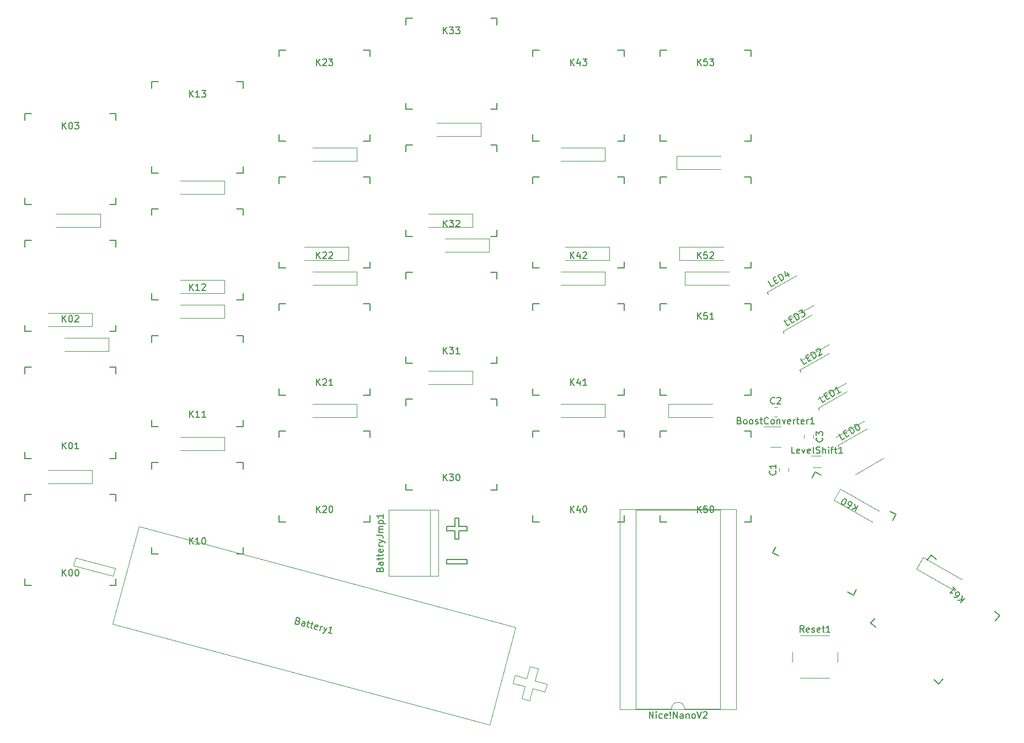
<source format=gbr>
%TF.GenerationSoftware,KiCad,Pcbnew,6.0.5-a6ca702e91~116~ubuntu22.04.1*%
%TF.CreationDate,2022-05-20T13:25:00-05:00*%
%TF.ProjectId,board,626f6172-642e-46b6-9963-61645f706362,rev?*%
%TF.SameCoordinates,Original*%
%TF.FileFunction,Legend,Top*%
%TF.FilePolarity,Positive*%
%FSLAX46Y46*%
G04 Gerber Fmt 4.6, Leading zero omitted, Abs format (unit mm)*
G04 Created by KiCad (PCBNEW 6.0.5-a6ca702e91~116~ubuntu22.04.1) date 2022-05-20 13:25:00*
%MOMM*%
%LPD*%
G01*
G04 APERTURE LIST*
%ADD10C,0.150000*%
%ADD11C,0.120000*%
G04 APERTURE END LIST*
D10*
X144780000Y-116840000D02*
X144780000Y-117475000D01*
X146050000Y-116840000D02*
X144780000Y-116840000D01*
X146050000Y-115570000D02*
X146050000Y-116840000D01*
X146685000Y-115570000D02*
X146050000Y-115570000D01*
X146685000Y-116840000D02*
X146685000Y-115570000D01*
X147955000Y-116840000D02*
X146685000Y-116840000D01*
X147955000Y-117475000D02*
X147955000Y-116840000D01*
X146685000Y-117475000D02*
X147955000Y-117475000D01*
X146685000Y-118745000D02*
X146685000Y-117475000D01*
X146050000Y-118745000D02*
X146685000Y-118745000D01*
X146050000Y-117475000D02*
X146050000Y-118745000D01*
X144780000Y-117475000D02*
X146050000Y-117475000D01*
X147955000Y-121920000D02*
X144780000Y-121920000D01*
X147955000Y-122555000D02*
X147955000Y-121920000D01*
X144780000Y-122555000D02*
X147955000Y-122555000D01*
X144780000Y-121920000D02*
X144780000Y-122555000D01*
%TO.C,Reset1*%
X199655714Y-133072380D02*
X199322380Y-132596190D01*
X199084285Y-133072380D02*
X199084285Y-132072380D01*
X199465238Y-132072380D01*
X199560476Y-132120000D01*
X199608095Y-132167619D01*
X199655714Y-132262857D01*
X199655714Y-132405714D01*
X199608095Y-132500952D01*
X199560476Y-132548571D01*
X199465238Y-132596190D01*
X199084285Y-132596190D01*
X200465238Y-133024761D02*
X200370000Y-133072380D01*
X200179523Y-133072380D01*
X200084285Y-133024761D01*
X200036666Y-132929523D01*
X200036666Y-132548571D01*
X200084285Y-132453333D01*
X200179523Y-132405714D01*
X200370000Y-132405714D01*
X200465238Y-132453333D01*
X200512857Y-132548571D01*
X200512857Y-132643809D01*
X200036666Y-132739047D01*
X200893809Y-133024761D02*
X200989047Y-133072380D01*
X201179523Y-133072380D01*
X201274761Y-133024761D01*
X201322380Y-132929523D01*
X201322380Y-132881904D01*
X201274761Y-132786666D01*
X201179523Y-132739047D01*
X201036666Y-132739047D01*
X200941428Y-132691428D01*
X200893809Y-132596190D01*
X200893809Y-132548571D01*
X200941428Y-132453333D01*
X201036666Y-132405714D01*
X201179523Y-132405714D01*
X201274761Y-132453333D01*
X202131904Y-133024761D02*
X202036666Y-133072380D01*
X201846190Y-133072380D01*
X201750952Y-133024761D01*
X201703333Y-132929523D01*
X201703333Y-132548571D01*
X201750952Y-132453333D01*
X201846190Y-132405714D01*
X202036666Y-132405714D01*
X202131904Y-132453333D01*
X202179523Y-132548571D01*
X202179523Y-132643809D01*
X201703333Y-132739047D01*
X202465238Y-132405714D02*
X202846190Y-132405714D01*
X202608095Y-132072380D02*
X202608095Y-132929523D01*
X202655714Y-133024761D01*
X202750952Y-133072380D01*
X202846190Y-133072380D01*
X203703333Y-133072380D02*
X203131904Y-133072380D01*
X203417619Y-133072380D02*
X203417619Y-132072380D01*
X203322380Y-132215238D01*
X203227142Y-132310476D01*
X203131904Y-132358095D01*
%TO.C,Nice!NanoV2*%
X175940238Y-146297380D02*
X175940238Y-145297380D01*
X176511666Y-146297380D01*
X176511666Y-145297380D01*
X176987857Y-146297380D02*
X176987857Y-145630714D01*
X176987857Y-145297380D02*
X176940238Y-145345000D01*
X176987857Y-145392619D01*
X177035476Y-145345000D01*
X176987857Y-145297380D01*
X176987857Y-145392619D01*
X177892619Y-146249761D02*
X177797380Y-146297380D01*
X177606904Y-146297380D01*
X177511666Y-146249761D01*
X177464047Y-146202142D01*
X177416428Y-146106904D01*
X177416428Y-145821190D01*
X177464047Y-145725952D01*
X177511666Y-145678333D01*
X177606904Y-145630714D01*
X177797380Y-145630714D01*
X177892619Y-145678333D01*
X178702142Y-146249761D02*
X178606904Y-146297380D01*
X178416428Y-146297380D01*
X178321190Y-146249761D01*
X178273571Y-146154523D01*
X178273571Y-145773571D01*
X178321190Y-145678333D01*
X178416428Y-145630714D01*
X178606904Y-145630714D01*
X178702142Y-145678333D01*
X178749761Y-145773571D01*
X178749761Y-145868809D01*
X178273571Y-145964047D01*
X179178333Y-146202142D02*
X179225952Y-146249761D01*
X179178333Y-146297380D01*
X179130714Y-146249761D01*
X179178333Y-146202142D01*
X179178333Y-146297380D01*
X179178333Y-145916428D02*
X179130714Y-145345000D01*
X179178333Y-145297380D01*
X179225952Y-145345000D01*
X179178333Y-145916428D01*
X179178333Y-145297380D01*
X179654523Y-146297380D02*
X179654523Y-145297380D01*
X180225952Y-146297380D01*
X180225952Y-145297380D01*
X181130714Y-146297380D02*
X181130714Y-145773571D01*
X181083095Y-145678333D01*
X180987857Y-145630714D01*
X180797380Y-145630714D01*
X180702142Y-145678333D01*
X181130714Y-146249761D02*
X181035476Y-146297380D01*
X180797380Y-146297380D01*
X180702142Y-146249761D01*
X180654523Y-146154523D01*
X180654523Y-146059285D01*
X180702142Y-145964047D01*
X180797380Y-145916428D01*
X181035476Y-145916428D01*
X181130714Y-145868809D01*
X181606904Y-145630714D02*
X181606904Y-146297380D01*
X181606904Y-145725952D02*
X181654523Y-145678333D01*
X181749761Y-145630714D01*
X181892619Y-145630714D01*
X181987857Y-145678333D01*
X182035476Y-145773571D01*
X182035476Y-146297380D01*
X182654523Y-146297380D02*
X182559285Y-146249761D01*
X182511666Y-146202142D01*
X182464047Y-146106904D01*
X182464047Y-145821190D01*
X182511666Y-145725952D01*
X182559285Y-145678333D01*
X182654523Y-145630714D01*
X182797380Y-145630714D01*
X182892619Y-145678333D01*
X182940238Y-145725952D01*
X182987857Y-145821190D01*
X182987857Y-146106904D01*
X182940238Y-146202142D01*
X182892619Y-146249761D01*
X182797380Y-146297380D01*
X182654523Y-146297380D01*
X183273571Y-145297380D02*
X183606904Y-146297380D01*
X183940238Y-145297380D01*
X184225952Y-145392619D02*
X184273571Y-145345000D01*
X184368809Y-145297380D01*
X184606904Y-145297380D01*
X184702142Y-145345000D01*
X184749761Y-145392619D01*
X184797380Y-145487857D01*
X184797380Y-145583095D01*
X184749761Y-145725952D01*
X184178333Y-146297380D01*
X184797380Y-146297380D01*
%TO.C,LevelShift1*%
X198285238Y-105602378D02*
X197809047Y-105602378D01*
X197809047Y-104602378D01*
X198999523Y-105554759D02*
X198904285Y-105602378D01*
X198713809Y-105602378D01*
X198618571Y-105554759D01*
X198570952Y-105459521D01*
X198570952Y-105078569D01*
X198618571Y-104983331D01*
X198713809Y-104935712D01*
X198904285Y-104935712D01*
X198999523Y-104983331D01*
X199047142Y-105078569D01*
X199047142Y-105173807D01*
X198570952Y-105269045D01*
X199380476Y-104935712D02*
X199618571Y-105602378D01*
X199856666Y-104935712D01*
X200618571Y-105554759D02*
X200523333Y-105602378D01*
X200332857Y-105602378D01*
X200237619Y-105554759D01*
X200190000Y-105459521D01*
X200190000Y-105078569D01*
X200237619Y-104983331D01*
X200332857Y-104935712D01*
X200523333Y-104935712D01*
X200618571Y-104983331D01*
X200666190Y-105078569D01*
X200666190Y-105173807D01*
X200190000Y-105269045D01*
X201237619Y-105602378D02*
X201142380Y-105554759D01*
X201094761Y-105459521D01*
X201094761Y-104602378D01*
X201570952Y-105554759D02*
X201713809Y-105602378D01*
X201951904Y-105602378D01*
X202047142Y-105554759D01*
X202094761Y-105507140D01*
X202142380Y-105411902D01*
X202142380Y-105316664D01*
X202094761Y-105221426D01*
X202047142Y-105173807D01*
X201951904Y-105126188D01*
X201761428Y-105078569D01*
X201666190Y-105030950D01*
X201618571Y-104983331D01*
X201570952Y-104888093D01*
X201570952Y-104792855D01*
X201618571Y-104697617D01*
X201666190Y-104649998D01*
X201761428Y-104602378D01*
X201999523Y-104602378D01*
X202142380Y-104649998D01*
X202570952Y-105602378D02*
X202570952Y-104602378D01*
X202999523Y-105602378D02*
X202999523Y-105078569D01*
X202951904Y-104983331D01*
X202856666Y-104935712D01*
X202713809Y-104935712D01*
X202618571Y-104983331D01*
X202570952Y-105030950D01*
X203475714Y-105602378D02*
X203475714Y-104935712D01*
X203475714Y-104602378D02*
X203428095Y-104649998D01*
X203475714Y-104697617D01*
X203523333Y-104649998D01*
X203475714Y-104602378D01*
X203475714Y-104697617D01*
X203809047Y-104935712D02*
X204190000Y-104935712D01*
X203951904Y-105602378D02*
X203951904Y-104745236D01*
X203999523Y-104649998D01*
X204094761Y-104602378D01*
X204190000Y-104602378D01*
X204380476Y-104935712D02*
X204761428Y-104935712D01*
X204523333Y-104602378D02*
X204523333Y-105459521D01*
X204570952Y-105554759D01*
X204666190Y-105602378D01*
X204761428Y-105602378D01*
X205618571Y-105602378D02*
X205047142Y-105602378D01*
X205332857Y-105602378D02*
X205332857Y-104602378D01*
X205237619Y-104745236D01*
X205142380Y-104840474D01*
X205047142Y-104888093D01*
%TO.C,LED4*%
X195117066Y-79750208D02*
X194704673Y-79988303D01*
X194204673Y-79122278D01*
X195143837Y-79129909D02*
X195432512Y-78963242D01*
X195818134Y-79345446D02*
X195405741Y-79583541D01*
X194905741Y-78717516D01*
X195318134Y-78479420D01*
X196189288Y-79131160D02*
X195689288Y-78265135D01*
X195895485Y-78146087D01*
X196043012Y-78115898D01*
X196173110Y-78150757D01*
X196261968Y-78209426D01*
X196398446Y-78350574D01*
X196469874Y-78474292D01*
X196523873Y-78663059D01*
X196530253Y-78769347D01*
X196495393Y-78899445D01*
X196395485Y-79012112D01*
X196189288Y-79131160D01*
X197093134Y-77839524D02*
X197426467Y-78416874D01*
X196696461Y-77628657D02*
X196847408Y-78366294D01*
X197383519Y-78056771D01*
%TO.C,LED3*%
X197517941Y-85763302D02*
X197105548Y-86001397D01*
X196605548Y-85135372D01*
X197544712Y-85143003D02*
X197833387Y-84976336D01*
X198219009Y-85358540D02*
X197806616Y-85596635D01*
X197306616Y-84730610D01*
X197719009Y-84492514D01*
X198590163Y-85144254D02*
X198090163Y-84278229D01*
X198296360Y-84159181D01*
X198443887Y-84128992D01*
X198573985Y-84163851D01*
X198662843Y-84222520D01*
X198799321Y-84363668D01*
X198870749Y-84487386D01*
X198924748Y-84676153D01*
X198931128Y-84782441D01*
X198896268Y-84912539D01*
X198796360Y-85025206D01*
X198590163Y-85144254D01*
X198873710Y-83825848D02*
X199409821Y-83516324D01*
X199311622Y-84012905D01*
X199435340Y-83941476D01*
X199541628Y-83935097D01*
X199606677Y-83952526D01*
X199695535Y-84011196D01*
X199814583Y-84217392D01*
X199820963Y-84323680D01*
X199803533Y-84388729D01*
X199744864Y-84477587D01*
X199497428Y-84620445D01*
X199391140Y-84626824D01*
X199326091Y-84609395D01*
%TO.C,LED2*%
X200125079Y-91689881D02*
X199712686Y-91927976D01*
X199212686Y-91061951D01*
X200151850Y-91069582D02*
X200440525Y-90902915D01*
X200826147Y-91285119D02*
X200413754Y-91523214D01*
X199913754Y-90657189D01*
X200326147Y-90419093D01*
X201197301Y-91070833D02*
X200697301Y-90204808D01*
X200903498Y-90085760D01*
X201051025Y-90055571D01*
X201181123Y-90090430D01*
X201269981Y-90149099D01*
X201406459Y-90290247D01*
X201477887Y-90413965D01*
X201531886Y-90602732D01*
X201538266Y-90709020D01*
X201503406Y-90839118D01*
X201403498Y-90951785D01*
X201197301Y-91070833D01*
X201569706Y-89811096D02*
X201587136Y-89746047D01*
X201645805Y-89657189D01*
X201852002Y-89538141D01*
X201958290Y-89531761D01*
X202023339Y-89549191D01*
X202112197Y-89607860D01*
X202159816Y-89690339D01*
X202190005Y-89837866D01*
X201980848Y-90618452D01*
X202516959Y-90308928D01*
%TO.C,LED1*%
X202935366Y-97522872D02*
X202522973Y-97760967D01*
X202022973Y-96894942D01*
X202962137Y-96902573D02*
X203250812Y-96735906D01*
X203636434Y-97118110D02*
X203224041Y-97356205D01*
X202724041Y-96490180D01*
X203136434Y-96252084D01*
X204007588Y-96903824D02*
X203507588Y-96037799D01*
X203713785Y-95918751D01*
X203861312Y-95888562D01*
X203991410Y-95923421D01*
X204080268Y-95982090D01*
X204216746Y-96123238D01*
X204288174Y-96246956D01*
X204342173Y-96435723D01*
X204348553Y-96542011D01*
X204313693Y-96672109D01*
X204213785Y-96784776D01*
X204007588Y-96903824D01*
X205327246Y-96141919D02*
X204832374Y-96427634D01*
X205079810Y-96284776D02*
X204579810Y-95418751D01*
X204568760Y-95590088D01*
X204533901Y-95720186D01*
X204475231Y-95809044D01*
%TO.C,LED0*%
X205945450Y-103255315D02*
X205533057Y-103493410D01*
X205033057Y-102627385D01*
X205972221Y-102635016D02*
X206260896Y-102468349D01*
X206646518Y-102850553D02*
X206234125Y-103088648D01*
X205734125Y-102222623D01*
X206146518Y-101984527D01*
X207017672Y-102636267D02*
X206517672Y-101770242D01*
X206723869Y-101651194D01*
X206871396Y-101621005D01*
X207001494Y-101655864D01*
X207090352Y-101714533D01*
X207226830Y-101855681D01*
X207298258Y-101979399D01*
X207352257Y-102168166D01*
X207358637Y-102274454D01*
X207323777Y-102404552D01*
X207223869Y-102517219D01*
X207017672Y-102636267D01*
X207548655Y-101175004D02*
X207631133Y-101127385D01*
X207737422Y-101121005D01*
X207802470Y-101138435D01*
X207891329Y-101197104D01*
X208027806Y-101338251D01*
X208146854Y-101544448D01*
X208200853Y-101733215D01*
X208207232Y-101839503D01*
X208189803Y-101904552D01*
X208131133Y-101993410D01*
X208048655Y-102041029D01*
X207942367Y-102047409D01*
X207877318Y-102029979D01*
X207788460Y-101971310D01*
X207651982Y-101830162D01*
X207532935Y-101623966D01*
X207478936Y-101435199D01*
X207472556Y-101328911D01*
X207489986Y-101263862D01*
X207548655Y-101175004D01*
%TO.C,K61*%
X224407262Y-127800182D02*
X223740989Y-128545891D01*
X223981142Y-127419455D02*
X223920005Y-128131119D01*
X223314870Y-128165164D02*
X224121716Y-128119771D01*
X222675691Y-127594073D02*
X222817731Y-127720982D01*
X222920478Y-127748927D01*
X222987715Y-127745144D01*
X223153917Y-127702069D01*
X223316336Y-127591756D01*
X223570154Y-127307677D01*
X223598099Y-127204930D01*
X223594316Y-127137692D01*
X223555023Y-127038728D01*
X223412984Y-126911819D01*
X223310236Y-126883874D01*
X223242999Y-126887657D01*
X223144035Y-126926950D01*
X222985399Y-127104499D01*
X222957454Y-127207247D01*
X222961237Y-127274484D01*
X223000529Y-127373448D01*
X223142569Y-127500357D01*
X223245316Y-127528302D01*
X223312553Y-127524519D01*
X223411518Y-127485226D01*
X222560745Y-126150365D02*
X222986864Y-126531092D01*
X222773805Y-126340729D02*
X222107532Y-127086437D01*
X222273734Y-127043362D01*
X222408208Y-127035796D01*
X222510956Y-127063741D01*
%TO.C,K60*%
X207992796Y-113598925D02*
X207526255Y-114483424D01*
X207487368Y-113332330D02*
X207599844Y-114037704D01*
X207020827Y-114216830D02*
X207792850Y-113977996D01*
X206262684Y-113816937D02*
X206431160Y-113905802D01*
X206537615Y-113908116D01*
X206601950Y-113888213D01*
X206752837Y-113806288D01*
X206883821Y-113660028D01*
X207061550Y-113323076D01*
X207063864Y-113216622D01*
X207043961Y-113152287D01*
X206981939Y-113065735D01*
X206813463Y-112976870D01*
X206707009Y-112974557D01*
X206642674Y-112994459D01*
X206556122Y-113056481D01*
X206445041Y-113267076D01*
X206442727Y-113373531D01*
X206462630Y-113437866D01*
X206524652Y-113524417D01*
X206693128Y-113613282D01*
X206799582Y-113615596D01*
X206863918Y-113595693D01*
X206950469Y-113533671D01*
X205630899Y-113483694D02*
X205546661Y-113439261D01*
X205484639Y-113352710D01*
X205464736Y-113288374D01*
X205467050Y-113181920D01*
X205513795Y-112991228D01*
X205624877Y-112780633D01*
X205755861Y-112634373D01*
X205842412Y-112572351D01*
X205906747Y-112552448D01*
X206013202Y-112554762D01*
X206097440Y-112599194D01*
X206159462Y-112685746D01*
X206179364Y-112750081D01*
X206177051Y-112856535D01*
X206130305Y-113047227D01*
X206019224Y-113257823D01*
X205888240Y-113404082D01*
X205801688Y-113466104D01*
X205737353Y-113486007D01*
X205630899Y-113483694D01*
%TO.C,K53*%
X183345714Y-46012380D02*
X183345714Y-45012380D01*
X183917142Y-46012380D02*
X183488571Y-45440952D01*
X183917142Y-45012380D02*
X183345714Y-45583809D01*
X184821904Y-45012380D02*
X184345714Y-45012380D01*
X184298095Y-45488571D01*
X184345714Y-45440952D01*
X184440952Y-45393333D01*
X184679047Y-45393333D01*
X184774285Y-45440952D01*
X184821904Y-45488571D01*
X184869523Y-45583809D01*
X184869523Y-45821904D01*
X184821904Y-45917142D01*
X184774285Y-45964761D01*
X184679047Y-46012380D01*
X184440952Y-46012380D01*
X184345714Y-45964761D01*
X184298095Y-45917142D01*
X185202857Y-45012380D02*
X185821904Y-45012380D01*
X185488571Y-45393333D01*
X185631428Y-45393333D01*
X185726666Y-45440952D01*
X185774285Y-45488571D01*
X185821904Y-45583809D01*
X185821904Y-45821904D01*
X185774285Y-45917142D01*
X185726666Y-45964761D01*
X185631428Y-46012380D01*
X185345714Y-46012380D01*
X185250476Y-45964761D01*
X185202857Y-45917142D01*
%TO.C,K52*%
X183345714Y-75672380D02*
X183345714Y-74672380D01*
X183917142Y-75672380D02*
X183488571Y-75100952D01*
X183917142Y-74672380D02*
X183345714Y-75243809D01*
X184821904Y-74672380D02*
X184345714Y-74672380D01*
X184298095Y-75148571D01*
X184345714Y-75100952D01*
X184440952Y-75053333D01*
X184679047Y-75053333D01*
X184774285Y-75100952D01*
X184821904Y-75148571D01*
X184869523Y-75243809D01*
X184869523Y-75481904D01*
X184821904Y-75577142D01*
X184774285Y-75624761D01*
X184679047Y-75672380D01*
X184440952Y-75672380D01*
X184345714Y-75624761D01*
X184298095Y-75577142D01*
X185250476Y-74767619D02*
X185298095Y-74720000D01*
X185393333Y-74672380D01*
X185631428Y-74672380D01*
X185726666Y-74720000D01*
X185774285Y-74767619D01*
X185821904Y-74862857D01*
X185821904Y-74958095D01*
X185774285Y-75100952D01*
X185202857Y-75672380D01*
X185821904Y-75672380D01*
%TO.C,K51*%
X183345714Y-85012380D02*
X183345714Y-84012380D01*
X183917142Y-85012380D02*
X183488571Y-84440952D01*
X183917142Y-84012380D02*
X183345714Y-84583809D01*
X184821904Y-84012380D02*
X184345714Y-84012380D01*
X184298095Y-84488571D01*
X184345714Y-84440952D01*
X184440952Y-84393333D01*
X184679047Y-84393333D01*
X184774285Y-84440952D01*
X184821904Y-84488571D01*
X184869523Y-84583809D01*
X184869523Y-84821904D01*
X184821904Y-84917142D01*
X184774285Y-84964761D01*
X184679047Y-85012380D01*
X184440952Y-85012380D01*
X184345714Y-84964761D01*
X184298095Y-84917142D01*
X185821904Y-85012380D02*
X185250476Y-85012380D01*
X185536190Y-85012380D02*
X185536190Y-84012380D01*
X185440952Y-84155238D01*
X185345714Y-84250476D01*
X185250476Y-84298095D01*
%TO.C,K50*%
X183345714Y-114672380D02*
X183345714Y-113672380D01*
X183917142Y-114672380D02*
X183488571Y-114100952D01*
X183917142Y-113672380D02*
X183345714Y-114243809D01*
X184821904Y-113672380D02*
X184345714Y-113672380D01*
X184298095Y-114148571D01*
X184345714Y-114100952D01*
X184440952Y-114053333D01*
X184679047Y-114053333D01*
X184774285Y-114100952D01*
X184821904Y-114148571D01*
X184869523Y-114243809D01*
X184869523Y-114481904D01*
X184821904Y-114577142D01*
X184774285Y-114624761D01*
X184679047Y-114672380D01*
X184440952Y-114672380D01*
X184345714Y-114624761D01*
X184298095Y-114577142D01*
X185488571Y-113672380D02*
X185583809Y-113672380D01*
X185679047Y-113720000D01*
X185726666Y-113767619D01*
X185774285Y-113862857D01*
X185821904Y-114053333D01*
X185821904Y-114291428D01*
X185774285Y-114481904D01*
X185726666Y-114577142D01*
X185679047Y-114624761D01*
X185583809Y-114672380D01*
X185488571Y-114672380D01*
X185393333Y-114624761D01*
X185345714Y-114577142D01*
X185298095Y-114481904D01*
X185250476Y-114291428D01*
X185250476Y-114053333D01*
X185298095Y-113862857D01*
X185345714Y-113767619D01*
X185393333Y-113720000D01*
X185488571Y-113672380D01*
%TO.C,K43*%
X163845714Y-46012380D02*
X163845714Y-45012380D01*
X164417142Y-46012380D02*
X163988571Y-45440952D01*
X164417142Y-45012380D02*
X163845714Y-45583809D01*
X165274285Y-45345714D02*
X165274285Y-46012380D01*
X165036190Y-44964761D02*
X164798095Y-45679047D01*
X165417142Y-45679047D01*
X165702857Y-45012380D02*
X166321904Y-45012380D01*
X165988571Y-45393333D01*
X166131428Y-45393333D01*
X166226666Y-45440952D01*
X166274285Y-45488571D01*
X166321904Y-45583809D01*
X166321904Y-45821904D01*
X166274285Y-45917142D01*
X166226666Y-45964761D01*
X166131428Y-46012380D01*
X165845714Y-46012380D01*
X165750476Y-45964761D01*
X165702857Y-45917142D01*
%TO.C,K42*%
X163845714Y-75672380D02*
X163845714Y-74672380D01*
X164417142Y-75672380D02*
X163988571Y-75100952D01*
X164417142Y-74672380D02*
X163845714Y-75243809D01*
X165274285Y-75005714D02*
X165274285Y-75672380D01*
X165036190Y-74624761D02*
X164798095Y-75339047D01*
X165417142Y-75339047D01*
X165750476Y-74767619D02*
X165798095Y-74720000D01*
X165893333Y-74672380D01*
X166131428Y-74672380D01*
X166226666Y-74720000D01*
X166274285Y-74767619D01*
X166321904Y-74862857D01*
X166321904Y-74958095D01*
X166274285Y-75100952D01*
X165702857Y-75672380D01*
X166321904Y-75672380D01*
%TO.C,K41*%
X163845714Y-95172380D02*
X163845714Y-94172380D01*
X164417142Y-95172380D02*
X163988571Y-94600952D01*
X164417142Y-94172380D02*
X163845714Y-94743809D01*
X165274285Y-94505714D02*
X165274285Y-95172380D01*
X165036190Y-94124761D02*
X164798095Y-94839047D01*
X165417142Y-94839047D01*
X166321904Y-95172380D02*
X165750476Y-95172380D01*
X166036190Y-95172380D02*
X166036190Y-94172380D01*
X165940952Y-94315238D01*
X165845714Y-94410476D01*
X165750476Y-94458095D01*
%TO.C,K40*%
X163845714Y-114672380D02*
X163845714Y-113672380D01*
X164417142Y-114672380D02*
X163988571Y-114100952D01*
X164417142Y-113672380D02*
X163845714Y-114243809D01*
X165274285Y-114005714D02*
X165274285Y-114672380D01*
X165036190Y-113624761D02*
X164798095Y-114339047D01*
X165417142Y-114339047D01*
X165988571Y-113672380D02*
X166083809Y-113672380D01*
X166179047Y-113720000D01*
X166226666Y-113767619D01*
X166274285Y-113862857D01*
X166321904Y-114053333D01*
X166321904Y-114291428D01*
X166274285Y-114481904D01*
X166226666Y-114577142D01*
X166179047Y-114624761D01*
X166083809Y-114672380D01*
X165988571Y-114672380D01*
X165893333Y-114624761D01*
X165845714Y-114577142D01*
X165798095Y-114481904D01*
X165750476Y-114291428D01*
X165750476Y-114053333D01*
X165798095Y-113862857D01*
X165845714Y-113767619D01*
X165893333Y-113720000D01*
X165988571Y-113672380D01*
%TO.C,K33*%
X144345714Y-41137380D02*
X144345714Y-40137380D01*
X144917142Y-41137380D02*
X144488571Y-40565952D01*
X144917142Y-40137380D02*
X144345714Y-40708809D01*
X145250476Y-40137380D02*
X145869523Y-40137380D01*
X145536190Y-40518333D01*
X145679047Y-40518333D01*
X145774285Y-40565952D01*
X145821904Y-40613571D01*
X145869523Y-40708809D01*
X145869523Y-40946904D01*
X145821904Y-41042142D01*
X145774285Y-41089761D01*
X145679047Y-41137380D01*
X145393333Y-41137380D01*
X145298095Y-41089761D01*
X145250476Y-41042142D01*
X146202857Y-40137380D02*
X146821904Y-40137380D01*
X146488571Y-40518333D01*
X146631428Y-40518333D01*
X146726666Y-40565952D01*
X146774285Y-40613571D01*
X146821904Y-40708809D01*
X146821904Y-40946904D01*
X146774285Y-41042142D01*
X146726666Y-41089761D01*
X146631428Y-41137380D01*
X146345714Y-41137380D01*
X146250476Y-41089761D01*
X146202857Y-41042142D01*
%TO.C,K32*%
X144345714Y-70797380D02*
X144345714Y-69797380D01*
X144917142Y-70797380D02*
X144488571Y-70225952D01*
X144917142Y-69797380D02*
X144345714Y-70368809D01*
X145250476Y-69797380D02*
X145869523Y-69797380D01*
X145536190Y-70178333D01*
X145679047Y-70178333D01*
X145774285Y-70225952D01*
X145821904Y-70273571D01*
X145869523Y-70368809D01*
X145869523Y-70606904D01*
X145821904Y-70702142D01*
X145774285Y-70749761D01*
X145679047Y-70797380D01*
X145393333Y-70797380D01*
X145298095Y-70749761D01*
X145250476Y-70702142D01*
X146250476Y-69892619D02*
X146298095Y-69845000D01*
X146393333Y-69797380D01*
X146631428Y-69797380D01*
X146726666Y-69845000D01*
X146774285Y-69892619D01*
X146821904Y-69987857D01*
X146821904Y-70083095D01*
X146774285Y-70225952D01*
X146202857Y-70797380D01*
X146821904Y-70797380D01*
%TO.C,K31*%
X144345714Y-90297380D02*
X144345714Y-89297380D01*
X144917142Y-90297380D02*
X144488571Y-89725952D01*
X144917142Y-89297380D02*
X144345714Y-89868809D01*
X145250476Y-89297380D02*
X145869523Y-89297380D01*
X145536190Y-89678333D01*
X145679047Y-89678333D01*
X145774285Y-89725952D01*
X145821904Y-89773571D01*
X145869523Y-89868809D01*
X145869523Y-90106904D01*
X145821904Y-90202142D01*
X145774285Y-90249761D01*
X145679047Y-90297380D01*
X145393333Y-90297380D01*
X145298095Y-90249761D01*
X145250476Y-90202142D01*
X146821904Y-90297380D02*
X146250476Y-90297380D01*
X146536190Y-90297380D02*
X146536190Y-89297380D01*
X146440952Y-89440238D01*
X146345714Y-89535476D01*
X146250476Y-89583095D01*
%TO.C,K30*%
X144345714Y-109797380D02*
X144345714Y-108797380D01*
X144917142Y-109797380D02*
X144488571Y-109225952D01*
X144917142Y-108797380D02*
X144345714Y-109368809D01*
X145250476Y-108797380D02*
X145869523Y-108797380D01*
X145536190Y-109178333D01*
X145679047Y-109178333D01*
X145774285Y-109225952D01*
X145821904Y-109273571D01*
X145869523Y-109368809D01*
X145869523Y-109606904D01*
X145821904Y-109702142D01*
X145774285Y-109749761D01*
X145679047Y-109797380D01*
X145393333Y-109797380D01*
X145298095Y-109749761D01*
X145250476Y-109702142D01*
X146488571Y-108797380D02*
X146583809Y-108797380D01*
X146679047Y-108845000D01*
X146726666Y-108892619D01*
X146774285Y-108987857D01*
X146821904Y-109178333D01*
X146821904Y-109416428D01*
X146774285Y-109606904D01*
X146726666Y-109702142D01*
X146679047Y-109749761D01*
X146583809Y-109797380D01*
X146488571Y-109797380D01*
X146393333Y-109749761D01*
X146345714Y-109702142D01*
X146298095Y-109606904D01*
X146250476Y-109416428D01*
X146250476Y-109178333D01*
X146298095Y-108987857D01*
X146345714Y-108892619D01*
X146393333Y-108845000D01*
X146488571Y-108797380D01*
%TO.C,K23*%
X124845714Y-46012380D02*
X124845714Y-45012380D01*
X125417142Y-46012380D02*
X124988571Y-45440952D01*
X125417142Y-45012380D02*
X124845714Y-45583809D01*
X125798095Y-45107619D02*
X125845714Y-45060000D01*
X125940952Y-45012380D01*
X126179047Y-45012380D01*
X126274285Y-45060000D01*
X126321904Y-45107619D01*
X126369523Y-45202857D01*
X126369523Y-45298095D01*
X126321904Y-45440952D01*
X125750476Y-46012380D01*
X126369523Y-46012380D01*
X126702857Y-45012380D02*
X127321904Y-45012380D01*
X126988571Y-45393333D01*
X127131428Y-45393333D01*
X127226666Y-45440952D01*
X127274285Y-45488571D01*
X127321904Y-45583809D01*
X127321904Y-45821904D01*
X127274285Y-45917142D01*
X127226666Y-45964761D01*
X127131428Y-46012380D01*
X126845714Y-46012380D01*
X126750476Y-45964761D01*
X126702857Y-45917142D01*
%TO.C,K22*%
X124845714Y-75672380D02*
X124845714Y-74672380D01*
X125417142Y-75672380D02*
X124988571Y-75100952D01*
X125417142Y-74672380D02*
X124845714Y-75243809D01*
X125798095Y-74767619D02*
X125845714Y-74720000D01*
X125940952Y-74672380D01*
X126179047Y-74672380D01*
X126274285Y-74720000D01*
X126321904Y-74767619D01*
X126369523Y-74862857D01*
X126369523Y-74958095D01*
X126321904Y-75100952D01*
X125750476Y-75672380D01*
X126369523Y-75672380D01*
X126750476Y-74767619D02*
X126798095Y-74720000D01*
X126893333Y-74672380D01*
X127131428Y-74672380D01*
X127226666Y-74720000D01*
X127274285Y-74767619D01*
X127321904Y-74862857D01*
X127321904Y-74958095D01*
X127274285Y-75100952D01*
X126702857Y-75672380D01*
X127321904Y-75672380D01*
%TO.C,K21*%
X124845714Y-95172380D02*
X124845714Y-94172380D01*
X125417142Y-95172380D02*
X124988571Y-94600952D01*
X125417142Y-94172380D02*
X124845714Y-94743809D01*
X125798095Y-94267619D02*
X125845714Y-94220000D01*
X125940952Y-94172380D01*
X126179047Y-94172380D01*
X126274285Y-94220000D01*
X126321904Y-94267619D01*
X126369523Y-94362857D01*
X126369523Y-94458095D01*
X126321904Y-94600952D01*
X125750476Y-95172380D01*
X126369523Y-95172380D01*
X127321904Y-95172380D02*
X126750476Y-95172380D01*
X127036190Y-95172380D02*
X127036190Y-94172380D01*
X126940952Y-94315238D01*
X126845714Y-94410476D01*
X126750476Y-94458095D01*
%TO.C,K20*%
X124845714Y-114672380D02*
X124845714Y-113672380D01*
X125417142Y-114672380D02*
X124988571Y-114100952D01*
X125417142Y-113672380D02*
X124845714Y-114243809D01*
X125798095Y-113767619D02*
X125845714Y-113720000D01*
X125940952Y-113672380D01*
X126179047Y-113672380D01*
X126274285Y-113720000D01*
X126321904Y-113767619D01*
X126369523Y-113862857D01*
X126369523Y-113958095D01*
X126321904Y-114100952D01*
X125750476Y-114672380D01*
X126369523Y-114672380D01*
X126988571Y-113672380D02*
X127083809Y-113672380D01*
X127179047Y-113720000D01*
X127226666Y-113767619D01*
X127274285Y-113862857D01*
X127321904Y-114053333D01*
X127321904Y-114291428D01*
X127274285Y-114481904D01*
X127226666Y-114577142D01*
X127179047Y-114624761D01*
X127083809Y-114672380D01*
X126988571Y-114672380D01*
X126893333Y-114624761D01*
X126845714Y-114577142D01*
X126798095Y-114481904D01*
X126750476Y-114291428D01*
X126750476Y-114053333D01*
X126798095Y-113862857D01*
X126845714Y-113767619D01*
X126893333Y-113720000D01*
X126988571Y-113672380D01*
%TO.C,K13*%
X105345714Y-50887380D02*
X105345714Y-49887380D01*
X105917142Y-50887380D02*
X105488571Y-50315952D01*
X105917142Y-49887380D02*
X105345714Y-50458809D01*
X106869523Y-50887380D02*
X106298095Y-50887380D01*
X106583809Y-50887380D02*
X106583809Y-49887380D01*
X106488571Y-50030238D01*
X106393333Y-50125476D01*
X106298095Y-50173095D01*
X107202857Y-49887380D02*
X107821904Y-49887380D01*
X107488571Y-50268333D01*
X107631428Y-50268333D01*
X107726666Y-50315952D01*
X107774285Y-50363571D01*
X107821904Y-50458809D01*
X107821904Y-50696904D01*
X107774285Y-50792142D01*
X107726666Y-50839761D01*
X107631428Y-50887380D01*
X107345714Y-50887380D01*
X107250476Y-50839761D01*
X107202857Y-50792142D01*
%TO.C,K12*%
X105345714Y-80547380D02*
X105345714Y-79547380D01*
X105917142Y-80547380D02*
X105488571Y-79975952D01*
X105917142Y-79547380D02*
X105345714Y-80118809D01*
X106869523Y-80547380D02*
X106298095Y-80547380D01*
X106583809Y-80547380D02*
X106583809Y-79547380D01*
X106488571Y-79690238D01*
X106393333Y-79785476D01*
X106298095Y-79833095D01*
X107250476Y-79642619D02*
X107298095Y-79595000D01*
X107393333Y-79547380D01*
X107631428Y-79547380D01*
X107726666Y-79595000D01*
X107774285Y-79642619D01*
X107821904Y-79737857D01*
X107821904Y-79833095D01*
X107774285Y-79975952D01*
X107202857Y-80547380D01*
X107821904Y-80547380D01*
%TO.C,K11*%
X105345714Y-100047380D02*
X105345714Y-99047380D01*
X105917142Y-100047380D02*
X105488571Y-99475952D01*
X105917142Y-99047380D02*
X105345714Y-99618809D01*
X106869523Y-100047380D02*
X106298095Y-100047380D01*
X106583809Y-100047380D02*
X106583809Y-99047380D01*
X106488571Y-99190238D01*
X106393333Y-99285476D01*
X106298095Y-99333095D01*
X107821904Y-100047380D02*
X107250476Y-100047380D01*
X107536190Y-100047380D02*
X107536190Y-99047380D01*
X107440952Y-99190238D01*
X107345714Y-99285476D01*
X107250476Y-99333095D01*
%TO.C,K10*%
X105345714Y-119547380D02*
X105345714Y-118547380D01*
X105917142Y-119547380D02*
X105488571Y-118975952D01*
X105917142Y-118547380D02*
X105345714Y-119118809D01*
X106869523Y-119547380D02*
X106298095Y-119547380D01*
X106583809Y-119547380D02*
X106583809Y-118547380D01*
X106488571Y-118690238D01*
X106393333Y-118785476D01*
X106298095Y-118833095D01*
X107488571Y-118547380D02*
X107583809Y-118547380D01*
X107679047Y-118595000D01*
X107726666Y-118642619D01*
X107774285Y-118737857D01*
X107821904Y-118928333D01*
X107821904Y-119166428D01*
X107774285Y-119356904D01*
X107726666Y-119452142D01*
X107679047Y-119499761D01*
X107583809Y-119547380D01*
X107488571Y-119547380D01*
X107393333Y-119499761D01*
X107345714Y-119452142D01*
X107298095Y-119356904D01*
X107250476Y-119166428D01*
X107250476Y-118928333D01*
X107298095Y-118737857D01*
X107345714Y-118642619D01*
X107393333Y-118595000D01*
X107488571Y-118547380D01*
%TO.C,K03*%
X85845714Y-55762380D02*
X85845714Y-54762380D01*
X86417142Y-55762380D02*
X85988571Y-55190952D01*
X86417142Y-54762380D02*
X85845714Y-55333809D01*
X87036190Y-54762380D02*
X87131428Y-54762380D01*
X87226666Y-54810000D01*
X87274285Y-54857619D01*
X87321904Y-54952857D01*
X87369523Y-55143333D01*
X87369523Y-55381428D01*
X87321904Y-55571904D01*
X87274285Y-55667142D01*
X87226666Y-55714761D01*
X87131428Y-55762380D01*
X87036190Y-55762380D01*
X86940952Y-55714761D01*
X86893333Y-55667142D01*
X86845714Y-55571904D01*
X86798095Y-55381428D01*
X86798095Y-55143333D01*
X86845714Y-54952857D01*
X86893333Y-54857619D01*
X86940952Y-54810000D01*
X87036190Y-54762380D01*
X87702857Y-54762380D02*
X88321904Y-54762380D01*
X87988571Y-55143333D01*
X88131428Y-55143333D01*
X88226666Y-55190952D01*
X88274285Y-55238571D01*
X88321904Y-55333809D01*
X88321904Y-55571904D01*
X88274285Y-55667142D01*
X88226666Y-55714761D01*
X88131428Y-55762380D01*
X87845714Y-55762380D01*
X87750476Y-55714761D01*
X87702857Y-55667142D01*
%TO.C,K02*%
X85845714Y-85422380D02*
X85845714Y-84422380D01*
X86417142Y-85422380D02*
X85988571Y-84850952D01*
X86417142Y-84422380D02*
X85845714Y-84993809D01*
X87036190Y-84422380D02*
X87131428Y-84422380D01*
X87226666Y-84470000D01*
X87274285Y-84517619D01*
X87321904Y-84612857D01*
X87369523Y-84803333D01*
X87369523Y-85041428D01*
X87321904Y-85231904D01*
X87274285Y-85327142D01*
X87226666Y-85374761D01*
X87131428Y-85422380D01*
X87036190Y-85422380D01*
X86940952Y-85374761D01*
X86893333Y-85327142D01*
X86845714Y-85231904D01*
X86798095Y-85041428D01*
X86798095Y-84803333D01*
X86845714Y-84612857D01*
X86893333Y-84517619D01*
X86940952Y-84470000D01*
X87036190Y-84422380D01*
X87750476Y-84517619D02*
X87798095Y-84470000D01*
X87893333Y-84422380D01*
X88131428Y-84422380D01*
X88226666Y-84470000D01*
X88274285Y-84517619D01*
X88321904Y-84612857D01*
X88321904Y-84708095D01*
X88274285Y-84850952D01*
X87702857Y-85422380D01*
X88321904Y-85422380D01*
%TO.C,K01*%
X85845714Y-104922380D02*
X85845714Y-103922380D01*
X86417142Y-104922380D02*
X85988571Y-104350952D01*
X86417142Y-103922380D02*
X85845714Y-104493809D01*
X87036190Y-103922380D02*
X87131428Y-103922380D01*
X87226666Y-103970000D01*
X87274285Y-104017619D01*
X87321904Y-104112857D01*
X87369523Y-104303333D01*
X87369523Y-104541428D01*
X87321904Y-104731904D01*
X87274285Y-104827142D01*
X87226666Y-104874761D01*
X87131428Y-104922380D01*
X87036190Y-104922380D01*
X86940952Y-104874761D01*
X86893333Y-104827142D01*
X86845714Y-104731904D01*
X86798095Y-104541428D01*
X86798095Y-104303333D01*
X86845714Y-104112857D01*
X86893333Y-104017619D01*
X86940952Y-103970000D01*
X87036190Y-103922380D01*
X88321904Y-104922380D02*
X87750476Y-104922380D01*
X88036190Y-104922380D02*
X88036190Y-103922380D01*
X87940952Y-104065238D01*
X87845714Y-104160476D01*
X87750476Y-104208095D01*
%TO.C,K00*%
X85845714Y-124422380D02*
X85845714Y-123422380D01*
X86417142Y-124422380D02*
X85988571Y-123850952D01*
X86417142Y-123422380D02*
X85845714Y-123993809D01*
X87036190Y-123422380D02*
X87131428Y-123422380D01*
X87226666Y-123470000D01*
X87274285Y-123517619D01*
X87321904Y-123612857D01*
X87369523Y-123803333D01*
X87369523Y-124041428D01*
X87321904Y-124231904D01*
X87274285Y-124327142D01*
X87226666Y-124374761D01*
X87131428Y-124422380D01*
X87036190Y-124422380D01*
X86940952Y-124374761D01*
X86893333Y-124327142D01*
X86845714Y-124231904D01*
X86798095Y-124041428D01*
X86798095Y-123803333D01*
X86845714Y-123612857D01*
X86893333Y-123517619D01*
X86940952Y-123470000D01*
X87036190Y-123422380D01*
X87988571Y-123422380D02*
X88083809Y-123422380D01*
X88179047Y-123470000D01*
X88226666Y-123517619D01*
X88274285Y-123612857D01*
X88321904Y-123803333D01*
X88321904Y-124041428D01*
X88274285Y-124231904D01*
X88226666Y-124327142D01*
X88179047Y-124374761D01*
X88083809Y-124422380D01*
X87988571Y-124422380D01*
X87893333Y-124374761D01*
X87845714Y-124327142D01*
X87798095Y-124231904D01*
X87750476Y-124041428D01*
X87750476Y-123803333D01*
X87798095Y-123612857D01*
X87845714Y-123517619D01*
X87893333Y-123470000D01*
X87988571Y-123422380D01*
%TO.C,C3*%
X202457142Y-103206664D02*
X202504761Y-103254283D01*
X202552380Y-103397140D01*
X202552380Y-103492378D01*
X202504761Y-103635236D01*
X202409523Y-103730474D01*
X202314285Y-103778093D01*
X202123809Y-103825712D01*
X201980952Y-103825712D01*
X201790476Y-103778093D01*
X201695238Y-103730474D01*
X201600000Y-103635236D01*
X201552380Y-103492378D01*
X201552380Y-103397140D01*
X201600000Y-103254283D01*
X201647619Y-103206664D01*
X201552380Y-102873331D02*
X201552380Y-102254283D01*
X201933333Y-102587617D01*
X201933333Y-102444759D01*
X201980952Y-102349521D01*
X202028571Y-102301902D01*
X202123809Y-102254283D01*
X202361904Y-102254283D01*
X202457142Y-102301902D01*
X202504761Y-102349521D01*
X202552380Y-102444759D01*
X202552380Y-102730474D01*
X202504761Y-102825712D01*
X202457142Y-102873331D01*
%TO.C,C2*%
X195173333Y-97907140D02*
X195125714Y-97954759D01*
X194982857Y-98002378D01*
X194887619Y-98002378D01*
X194744761Y-97954759D01*
X194649523Y-97859521D01*
X194601904Y-97764283D01*
X194554285Y-97573807D01*
X194554285Y-97430950D01*
X194601904Y-97240474D01*
X194649523Y-97145236D01*
X194744761Y-97049998D01*
X194887619Y-97002378D01*
X194982857Y-97002378D01*
X195125714Y-97049998D01*
X195173333Y-97097617D01*
X195554285Y-97097617D02*
X195601904Y-97049998D01*
X195697142Y-97002378D01*
X195935238Y-97002378D01*
X196030476Y-97049998D01*
X196078095Y-97097617D01*
X196125714Y-97192855D01*
X196125714Y-97288093D01*
X196078095Y-97430950D01*
X195506666Y-98002378D01*
X196125714Y-98002378D01*
%TO.C,C1*%
X195287142Y-108286664D02*
X195334761Y-108334283D01*
X195382380Y-108477140D01*
X195382380Y-108572378D01*
X195334761Y-108715236D01*
X195239523Y-108810474D01*
X195144285Y-108858093D01*
X194953809Y-108905712D01*
X194810952Y-108905712D01*
X194620476Y-108858093D01*
X194525238Y-108810474D01*
X194430000Y-108715236D01*
X194382380Y-108572378D01*
X194382380Y-108477140D01*
X194430000Y-108334283D01*
X194477619Y-108286664D01*
X195382380Y-107334283D02*
X195382380Y-107905712D01*
X195382380Y-107619998D02*
X194382380Y-107619998D01*
X194525238Y-107715236D01*
X194620476Y-107810474D01*
X194668095Y-107905712D01*
%TO.C,BoostConverter1*%
X189792380Y-100568569D02*
X189935238Y-100616188D01*
X189982857Y-100663807D01*
X190030476Y-100759045D01*
X190030476Y-100901902D01*
X189982857Y-100997140D01*
X189935238Y-101044759D01*
X189840000Y-101092378D01*
X189459047Y-101092378D01*
X189459047Y-100092378D01*
X189792380Y-100092378D01*
X189887619Y-100139998D01*
X189935238Y-100187617D01*
X189982857Y-100282855D01*
X189982857Y-100378093D01*
X189935238Y-100473331D01*
X189887619Y-100520950D01*
X189792380Y-100568569D01*
X189459047Y-100568569D01*
X190601904Y-101092378D02*
X190506666Y-101044759D01*
X190459047Y-100997140D01*
X190411428Y-100901902D01*
X190411428Y-100616188D01*
X190459047Y-100520950D01*
X190506666Y-100473331D01*
X190601904Y-100425712D01*
X190744761Y-100425712D01*
X190840000Y-100473331D01*
X190887619Y-100520950D01*
X190935238Y-100616188D01*
X190935238Y-100901902D01*
X190887619Y-100997140D01*
X190840000Y-101044759D01*
X190744761Y-101092378D01*
X190601904Y-101092378D01*
X191506666Y-101092378D02*
X191411428Y-101044759D01*
X191363809Y-100997140D01*
X191316190Y-100901902D01*
X191316190Y-100616188D01*
X191363809Y-100520950D01*
X191411428Y-100473331D01*
X191506666Y-100425712D01*
X191649523Y-100425712D01*
X191744761Y-100473331D01*
X191792380Y-100520950D01*
X191840000Y-100616188D01*
X191840000Y-100901902D01*
X191792380Y-100997140D01*
X191744761Y-101044759D01*
X191649523Y-101092378D01*
X191506666Y-101092378D01*
X192220952Y-101044759D02*
X192316190Y-101092378D01*
X192506666Y-101092378D01*
X192601904Y-101044759D01*
X192649523Y-100949521D01*
X192649523Y-100901902D01*
X192601904Y-100806664D01*
X192506666Y-100759045D01*
X192363809Y-100759045D01*
X192268571Y-100711426D01*
X192220952Y-100616188D01*
X192220952Y-100568569D01*
X192268571Y-100473331D01*
X192363809Y-100425712D01*
X192506666Y-100425712D01*
X192601904Y-100473331D01*
X192935238Y-100425712D02*
X193316190Y-100425712D01*
X193078095Y-100092378D02*
X193078095Y-100949521D01*
X193125714Y-101044759D01*
X193220952Y-101092378D01*
X193316190Y-101092378D01*
X194220952Y-100997140D02*
X194173333Y-101044759D01*
X194030476Y-101092378D01*
X193935238Y-101092378D01*
X193792380Y-101044759D01*
X193697142Y-100949521D01*
X193649523Y-100854283D01*
X193601904Y-100663807D01*
X193601904Y-100520950D01*
X193649523Y-100330474D01*
X193697142Y-100235236D01*
X193792380Y-100139998D01*
X193935238Y-100092378D01*
X194030476Y-100092378D01*
X194173333Y-100139998D01*
X194220952Y-100187617D01*
X194792380Y-101092378D02*
X194697142Y-101044759D01*
X194649523Y-100997140D01*
X194601904Y-100901902D01*
X194601904Y-100616188D01*
X194649523Y-100520950D01*
X194697142Y-100473331D01*
X194792380Y-100425712D01*
X194935238Y-100425712D01*
X195030476Y-100473331D01*
X195078095Y-100520950D01*
X195125714Y-100616188D01*
X195125714Y-100901902D01*
X195078095Y-100997140D01*
X195030476Y-101044759D01*
X194935238Y-101092378D01*
X194792380Y-101092378D01*
X195554285Y-100425712D02*
X195554285Y-101092378D01*
X195554285Y-100520950D02*
X195601904Y-100473331D01*
X195697142Y-100425712D01*
X195840000Y-100425712D01*
X195935238Y-100473331D01*
X195982857Y-100568569D01*
X195982857Y-101092378D01*
X196363809Y-100425712D02*
X196601904Y-101092378D01*
X196840000Y-100425712D01*
X197601904Y-101044759D02*
X197506666Y-101092378D01*
X197316190Y-101092378D01*
X197220952Y-101044759D01*
X197173333Y-100949521D01*
X197173333Y-100568569D01*
X197220952Y-100473331D01*
X197316190Y-100425712D01*
X197506666Y-100425712D01*
X197601904Y-100473331D01*
X197649523Y-100568569D01*
X197649523Y-100663807D01*
X197173333Y-100759045D01*
X198078095Y-101092378D02*
X198078095Y-100425712D01*
X198078095Y-100616188D02*
X198125714Y-100520950D01*
X198173333Y-100473331D01*
X198268571Y-100425712D01*
X198363809Y-100425712D01*
X198554285Y-100425712D02*
X198935238Y-100425712D01*
X198697142Y-100092378D02*
X198697142Y-100949521D01*
X198744761Y-101044759D01*
X198840000Y-101092378D01*
X198935238Y-101092378D01*
X199649523Y-101044759D02*
X199554285Y-101092378D01*
X199363809Y-101092378D01*
X199268571Y-101044759D01*
X199220952Y-100949521D01*
X199220952Y-100568569D01*
X199268571Y-100473331D01*
X199363809Y-100425712D01*
X199554285Y-100425712D01*
X199649523Y-100473331D01*
X199697142Y-100568569D01*
X199697142Y-100663807D01*
X199220952Y-100759045D01*
X200125714Y-101092378D02*
X200125714Y-100425712D01*
X200125714Y-100616188D02*
X200173333Y-100520950D01*
X200220952Y-100473331D01*
X200316190Y-100425712D01*
X200411428Y-100425712D01*
X201268571Y-101092378D02*
X200697142Y-101092378D01*
X200982857Y-101092378D02*
X200982857Y-100092378D01*
X200887619Y-100235236D01*
X200792380Y-100330474D01*
X200697142Y-100378093D01*
%TO.C,BatteryJmp1*%
X134548571Y-123427619D02*
X134596190Y-123284761D01*
X134643809Y-123237142D01*
X134739047Y-123189523D01*
X134881904Y-123189523D01*
X134977142Y-123237142D01*
X135024761Y-123284761D01*
X135072380Y-123380000D01*
X135072380Y-123760952D01*
X134072380Y-123760952D01*
X134072380Y-123427619D01*
X134120000Y-123332380D01*
X134167619Y-123284761D01*
X134262857Y-123237142D01*
X134358095Y-123237142D01*
X134453333Y-123284761D01*
X134500952Y-123332380D01*
X134548571Y-123427619D01*
X134548571Y-123760952D01*
X135072380Y-122332380D02*
X134548571Y-122332380D01*
X134453333Y-122380000D01*
X134405714Y-122475238D01*
X134405714Y-122665714D01*
X134453333Y-122760952D01*
X135024761Y-122332380D02*
X135072380Y-122427619D01*
X135072380Y-122665714D01*
X135024761Y-122760952D01*
X134929523Y-122808571D01*
X134834285Y-122808571D01*
X134739047Y-122760952D01*
X134691428Y-122665714D01*
X134691428Y-122427619D01*
X134643809Y-122332380D01*
X134405714Y-121999047D02*
X134405714Y-121618095D01*
X134072380Y-121856190D02*
X134929523Y-121856190D01*
X135024761Y-121808571D01*
X135072380Y-121713333D01*
X135072380Y-121618095D01*
X134405714Y-121427619D02*
X134405714Y-121046666D01*
X134072380Y-121284761D02*
X134929523Y-121284761D01*
X135024761Y-121237142D01*
X135072380Y-121141904D01*
X135072380Y-121046666D01*
X135024761Y-120332380D02*
X135072380Y-120427619D01*
X135072380Y-120618095D01*
X135024761Y-120713333D01*
X134929523Y-120760952D01*
X134548571Y-120760952D01*
X134453333Y-120713333D01*
X134405714Y-120618095D01*
X134405714Y-120427619D01*
X134453333Y-120332380D01*
X134548571Y-120284761D01*
X134643809Y-120284761D01*
X134739047Y-120760952D01*
X135072380Y-119856190D02*
X134405714Y-119856190D01*
X134596190Y-119856190D02*
X134500952Y-119808571D01*
X134453333Y-119760952D01*
X134405714Y-119665714D01*
X134405714Y-119570476D01*
X134405714Y-119332380D02*
X135072380Y-119094285D01*
X134405714Y-118856190D02*
X135072380Y-119094285D01*
X135310476Y-119189523D01*
X135358095Y-119237142D01*
X135405714Y-119332380D01*
X134072380Y-118189523D02*
X134786666Y-118189523D01*
X134929523Y-118237142D01*
X135024761Y-118332380D01*
X135072380Y-118475238D01*
X135072380Y-118570476D01*
X135072380Y-117713333D02*
X134405714Y-117713333D01*
X134500952Y-117713333D02*
X134453333Y-117665714D01*
X134405714Y-117570476D01*
X134405714Y-117427619D01*
X134453333Y-117332380D01*
X134548571Y-117284761D01*
X135072380Y-117284761D01*
X134548571Y-117284761D02*
X134453333Y-117237142D01*
X134405714Y-117141904D01*
X134405714Y-116999047D01*
X134453333Y-116903809D01*
X134548571Y-116856190D01*
X135072380Y-116856190D01*
X134405714Y-116380000D02*
X135405714Y-116380000D01*
X134453333Y-116380000D02*
X134405714Y-116284761D01*
X134405714Y-116094285D01*
X134453333Y-115999047D01*
X134500952Y-115951428D01*
X134596190Y-115903809D01*
X134881904Y-115903809D01*
X134977142Y-115951428D01*
X135024761Y-115999047D01*
X135072380Y-116094285D01*
X135072380Y-116284761D01*
X135024761Y-116380000D01*
X135072380Y-114951428D02*
X135072380Y-115522857D01*
X135072380Y-115237142D02*
X134072380Y-115237142D01*
X134215238Y-115332380D01*
X134310476Y-115427619D01*
X134358095Y-115522857D01*
%TO.C,Battery1*%
X122017676Y-131351632D02*
X122143340Y-131434603D01*
X122177012Y-131492924D01*
X122198359Y-131597242D01*
X122161385Y-131735231D01*
X122090739Y-131814900D01*
X122032418Y-131848571D01*
X121928100Y-131869918D01*
X121560128Y-131771321D01*
X121818947Y-130805395D01*
X122140923Y-130891668D01*
X122220591Y-130962314D01*
X122254263Y-131020635D01*
X122275610Y-131124953D01*
X122250960Y-131216945D01*
X122180314Y-131296614D01*
X122121993Y-131330285D01*
X122017676Y-131351632D01*
X121695700Y-131265359D01*
X122940022Y-132141062D02*
X123075594Y-131635101D01*
X123054247Y-131530783D01*
X122974579Y-131460137D01*
X122790593Y-131410839D01*
X122686276Y-131432186D01*
X122952347Y-132095066D02*
X122848029Y-132116413D01*
X122618047Y-132054789D01*
X122538379Y-131984143D01*
X122517032Y-131879826D01*
X122541681Y-131787833D01*
X122612327Y-131708164D01*
X122716645Y-131686817D01*
X122946627Y-131748441D01*
X123050945Y-131727094D01*
X123434544Y-131583385D02*
X123802515Y-131681982D01*
X123658806Y-131298383D02*
X123436961Y-132126320D01*
X123458308Y-132230638D01*
X123537977Y-132301283D01*
X123629969Y-132325933D01*
X123986501Y-131731281D02*
X124354473Y-131829879D01*
X124210764Y-131446280D02*
X123988919Y-132274216D01*
X124010266Y-132378534D01*
X124089934Y-132449180D01*
X124181927Y-132473829D01*
X124884199Y-132612704D02*
X124779881Y-132634051D01*
X124595895Y-132584752D01*
X124516227Y-132514106D01*
X124494880Y-132409788D01*
X124593478Y-132041817D01*
X124664124Y-131962148D01*
X124768441Y-131940801D01*
X124952427Y-131990100D01*
X125032095Y-132060746D01*
X125053442Y-132165064D01*
X125028793Y-132257057D01*
X124544179Y-132225802D01*
X125331839Y-132781947D02*
X125504385Y-132137997D01*
X125455086Y-132321983D02*
X125525732Y-132242314D01*
X125584053Y-132208643D01*
X125688371Y-132187296D01*
X125780364Y-132211945D01*
X126010346Y-132273569D02*
X126067782Y-132979143D01*
X126470311Y-132396816D02*
X126067782Y-132979143D01*
X125914166Y-133184476D01*
X125855845Y-133218147D01*
X125751527Y-133239495D01*
X127171697Y-133274936D02*
X126619740Y-133127039D01*
X126895719Y-133200988D02*
X127154538Y-132235062D01*
X127025571Y-132348402D01*
X126908928Y-132415745D01*
X126804611Y-132437092D01*
D11*
%TO.C,D20*%
X124250000Y-100060000D02*
X131050000Y-100060000D01*
X131050000Y-98060000D02*
X124250000Y-98060000D01*
X131050000Y-100060000D02*
X131050000Y-98060000D01*
%TO.C,D61*%
X223861570Y-124968975D02*
X217972597Y-121568975D01*
X216972597Y-123301025D02*
X222861570Y-126701025D01*
X217972597Y-121568975D02*
X216972597Y-123301025D01*
%TO.C,D60*%
X211161570Y-114443975D02*
X205272597Y-111043975D01*
X204272597Y-112776025D02*
X210161570Y-116176025D01*
X205272597Y-111043975D02*
X204272597Y-112776025D01*
%TO.C,D53*%
X186900000Y-59960000D02*
X180100000Y-59960000D01*
X180100000Y-61960000D02*
X186900000Y-61960000D01*
X180100000Y-59960000D02*
X180100000Y-61960000D01*
%TO.C,D52*%
X187310000Y-73930000D02*
X180510000Y-73930000D01*
X180510000Y-75930000D02*
X187310000Y-75930000D01*
X180510000Y-73930000D02*
X180510000Y-75930000D01*
%TO.C,D51*%
X188170000Y-77740000D02*
X181370000Y-77740000D01*
X181370000Y-79740000D02*
X188170000Y-79740000D01*
X181370000Y-77740000D02*
X181370000Y-79740000D01*
%TO.C,D50*%
X185630000Y-98060000D02*
X178830000Y-98060000D01*
X178830000Y-100060000D02*
X185630000Y-100060000D01*
X178830000Y-98060000D02*
X178830000Y-100060000D01*
%TO.C,D43*%
X162350000Y-60690000D02*
X169150000Y-60690000D01*
X169150000Y-58690000D02*
X162350000Y-58690000D01*
X169150000Y-60690000D02*
X169150000Y-58690000D01*
%TO.C,D42*%
X162985000Y-75930000D02*
X169785000Y-75930000D01*
X169785000Y-73930000D02*
X162985000Y-73930000D01*
X169785000Y-75930000D02*
X169785000Y-73930000D01*
%TO.C,D41*%
X162350000Y-79740000D02*
X169150000Y-79740000D01*
X169150000Y-77740000D02*
X162350000Y-77740000D01*
X169150000Y-79740000D02*
X169150000Y-77740000D01*
%TO.C,D40*%
X162350000Y-100060000D02*
X169150000Y-100060000D01*
X169150000Y-98060000D02*
X162350000Y-98060000D01*
X169150000Y-100060000D02*
X169150000Y-98060000D01*
%TO.C,D33*%
X143300000Y-56880000D02*
X150100000Y-56880000D01*
X150100000Y-54880000D02*
X143300000Y-54880000D01*
X150100000Y-56880000D02*
X150100000Y-54880000D01*
%TO.C,D32*%
X142030000Y-70850000D02*
X148830000Y-70850000D01*
X148830000Y-68850000D02*
X142030000Y-68850000D01*
X148830000Y-70850000D02*
X148830000Y-68850000D01*
%TO.C,D31*%
X144570000Y-74660000D02*
X151370000Y-74660000D01*
X151370000Y-72660000D02*
X144570000Y-72660000D01*
X151370000Y-74660000D02*
X151370000Y-72660000D01*
%TO.C,D30*%
X142030000Y-94980000D02*
X148830000Y-94980000D01*
X148830000Y-92980000D02*
X142030000Y-92980000D01*
X148830000Y-94980000D02*
X148830000Y-92980000D01*
%TO.C,D23*%
X124250000Y-60690000D02*
X131050000Y-60690000D01*
X131050000Y-58690000D02*
X124250000Y-58690000D01*
X131050000Y-60690000D02*
X131050000Y-58690000D01*
%TO.C,D22*%
X122980000Y-75930000D02*
X129780000Y-75930000D01*
X129780000Y-73930000D02*
X122980000Y-73930000D01*
X129780000Y-75930000D02*
X129780000Y-73930000D01*
%TO.C,D21*%
X124250000Y-79740000D02*
X131050000Y-79740000D01*
X131050000Y-77740000D02*
X124250000Y-77740000D01*
X131050000Y-79740000D02*
X131050000Y-77740000D01*
%TO.C,D13*%
X103930000Y-65770000D02*
X110730000Y-65770000D01*
X110730000Y-63770000D02*
X103930000Y-63770000D01*
X110730000Y-65770000D02*
X110730000Y-63770000D01*
%TO.C,D12*%
X103930000Y-81010000D02*
X110730000Y-81010000D01*
X110730000Y-79010000D02*
X103930000Y-79010000D01*
X110730000Y-81010000D02*
X110730000Y-79010000D01*
%TO.C,D11*%
X103930000Y-84820000D02*
X110730000Y-84820000D01*
X110730000Y-82820000D02*
X103930000Y-82820000D01*
X110730000Y-84820000D02*
X110730000Y-82820000D01*
%TO.C,D10*%
X103930000Y-105140000D02*
X110730000Y-105140000D01*
X110730000Y-103140000D02*
X103930000Y-103140000D01*
X110730000Y-105140000D02*
X110730000Y-103140000D01*
%TO.C,D03*%
X84880000Y-70850000D02*
X91680000Y-70850000D01*
X91680000Y-68850000D02*
X84880000Y-68850000D01*
X91680000Y-70850000D02*
X91680000Y-68850000D01*
%TO.C,D02*%
X83610000Y-86090000D02*
X90410000Y-86090000D01*
X90410000Y-84090000D02*
X83610000Y-84090000D01*
X90410000Y-86090000D02*
X90410000Y-84090000D01*
%TO.C,D01*%
X86150000Y-89900000D02*
X92950000Y-89900000D01*
X92950000Y-87900000D02*
X86150000Y-87900000D01*
X92950000Y-89900000D02*
X92950000Y-87900000D01*
%TO.C,D00*%
X83610000Y-110220000D02*
X90410000Y-110220000D01*
X90410000Y-108220000D02*
X83610000Y-108220000D01*
X90410000Y-110220000D02*
X90410000Y-108220000D01*
%TO.C,Reset1*%
X204870000Y-137620000D02*
X204870000Y-136120000D01*
X203620000Y-133620000D02*
X199120000Y-133620000D01*
X197870000Y-136120000D02*
X197870000Y-137620000D01*
X199120000Y-140120000D02*
X203620000Y-140120000D01*
%TO.C,Nice!NanoV2*%
X181345000Y-144845000D02*
G75*
G03*
X179345000Y-144845000I-1000000J0D01*
G01*
X181345000Y-144845000D02*
X186805000Y-144845000D01*
X171395000Y-144905000D02*
X189295000Y-144905000D01*
X189295000Y-114185000D02*
X171395000Y-114185000D01*
X173885000Y-144845000D02*
X179345000Y-144845000D01*
X186805000Y-114245000D02*
X173885000Y-114245000D01*
X173885000Y-114245000D02*
X173885000Y-144845000D01*
X189295000Y-144905000D02*
X189295000Y-114185000D01*
X171395000Y-114185000D02*
X171395000Y-144905000D01*
X186805000Y-144845000D02*
X186805000Y-114245000D01*
%TO.C,LevelShift1*%
X200790000Y-105949998D02*
X202340000Y-105949998D01*
X202340000Y-107749998D02*
X201040000Y-107749998D01*
%TO.C,LED4*%
X194031013Y-80871013D02*
X198465064Y-78311013D01*
X196754936Y-85348987D02*
X201085064Y-82848987D01*
X194191013Y-81148142D02*
X194031013Y-80871013D01*
%TO.C,LED3*%
X196591888Y-87161236D02*
X196431888Y-86884107D01*
X199155811Y-91362081D02*
X203485939Y-88862081D01*
X196431888Y-86884107D02*
X200865939Y-84324107D01*
%TO.C,LED2*%
X199199026Y-93087815D02*
X199039026Y-92810686D01*
X201762949Y-97288660D02*
X206093077Y-94788660D01*
X199039026Y-92810686D02*
X203473077Y-90250686D01*
%TO.C,LED1*%
X202009313Y-98920806D02*
X201849313Y-98643677D01*
X204573236Y-103121651D02*
X208903364Y-100621651D01*
X201849313Y-98643677D02*
X206283364Y-96083677D01*
%TO.C,LED0*%
X205019397Y-104653249D02*
X204859397Y-104376120D01*
X207583320Y-108854094D02*
X211913448Y-106354094D01*
X204859397Y-104376120D02*
X209293448Y-101816120D01*
D10*
%TO.C,K61*%
X221038014Y-140254839D02*
X220371742Y-141000548D01*
X220371742Y-141000548D02*
X219626033Y-140334276D01*
X228953844Y-129894355D02*
X229699553Y-130560627D01*
X229699553Y-130560627D02*
X229033281Y-131306336D01*
X218593360Y-121978525D02*
X219259632Y-121232816D01*
X219259632Y-121232816D02*
X220005341Y-121899088D01*
X210677530Y-132339009D02*
X209931821Y-131672737D01*
X209931821Y-131672737D02*
X210598093Y-130927028D01*
%TO.C,K60*%
X194880395Y-120851510D02*
X195346936Y-119967010D01*
X195764894Y-121318051D02*
X194880395Y-120851510D01*
X201411969Y-108468516D02*
X202296469Y-108935057D01*
X200945428Y-109353015D02*
X201411969Y-108468516D01*
X213794963Y-115000090D02*
X213328422Y-115884590D01*
X212910464Y-114533549D02*
X213794963Y-115000090D01*
X207263389Y-127383084D02*
X206378889Y-126916543D01*
X207729930Y-126498585D02*
X207263389Y-127383084D01*
%TO.C,K53*%
X191560000Y-56640000D02*
X191560000Y-57640000D01*
X191560000Y-57640000D02*
X190560000Y-57640000D01*
X190560000Y-43640000D02*
X191560000Y-43640000D01*
X191560000Y-43640000D02*
X191560000Y-44640000D01*
X177560000Y-44640000D02*
X177560000Y-43640000D01*
X177560000Y-43640000D02*
X178560000Y-43640000D01*
X178560000Y-57640000D02*
X177560000Y-57640000D01*
X177560000Y-57640000D02*
X177560000Y-56640000D01*
%TO.C,K52*%
X177560000Y-64140000D02*
X177560000Y-63140000D01*
X177560000Y-63140000D02*
X178560000Y-63140000D01*
X178560000Y-77140000D02*
X177560000Y-77140000D01*
X177560000Y-77140000D02*
X177560000Y-76140000D01*
X191560000Y-76140000D02*
X191560000Y-77140000D01*
X191560000Y-77140000D02*
X190560000Y-77140000D01*
X190560000Y-63140000D02*
X191560000Y-63140000D01*
X191560000Y-63140000D02*
X191560000Y-64140000D01*
%TO.C,K51*%
X191560000Y-95640000D02*
X191560000Y-96640000D01*
X191560000Y-96640000D02*
X190560000Y-96640000D01*
X190560000Y-82640000D02*
X191560000Y-82640000D01*
X191560000Y-82640000D02*
X191560000Y-83640000D01*
X177560000Y-83640000D02*
X177560000Y-82640000D01*
X177560000Y-82640000D02*
X178560000Y-82640000D01*
X178560000Y-96640000D02*
X177560000Y-96640000D01*
X177560000Y-96640000D02*
X177560000Y-95640000D01*
%TO.C,K50*%
X177560000Y-103140000D02*
X177560000Y-102140000D01*
X177560000Y-102140000D02*
X178560000Y-102140000D01*
X178560000Y-116140000D02*
X177560000Y-116140000D01*
X177560000Y-116140000D02*
X177560000Y-115140000D01*
X191560000Y-115140000D02*
X191560000Y-116140000D01*
X191560000Y-116140000D02*
X190560000Y-116140000D01*
X190560000Y-102140000D02*
X191560000Y-102140000D01*
X191560000Y-102140000D02*
X191560000Y-103140000D01*
%TO.C,K43*%
X172060000Y-56640000D02*
X172060000Y-57640000D01*
X172060000Y-57640000D02*
X171060000Y-57640000D01*
X171060000Y-43640000D02*
X172060000Y-43640000D01*
X172060000Y-43640000D02*
X172060000Y-44640000D01*
X158060000Y-44640000D02*
X158060000Y-43640000D01*
X158060000Y-43640000D02*
X159060000Y-43640000D01*
X159060000Y-57640000D02*
X158060000Y-57640000D01*
X158060000Y-57640000D02*
X158060000Y-56640000D01*
%TO.C,K42*%
X158060000Y-64140000D02*
X158060000Y-63140000D01*
X158060000Y-63140000D02*
X159060000Y-63140000D01*
X159060000Y-77140000D02*
X158060000Y-77140000D01*
X158060000Y-77140000D02*
X158060000Y-76140000D01*
X172060000Y-76140000D02*
X172060000Y-77140000D01*
X172060000Y-77140000D02*
X171060000Y-77140000D01*
X171060000Y-63140000D02*
X172060000Y-63140000D01*
X172060000Y-63140000D02*
X172060000Y-64140000D01*
%TO.C,K41*%
X158060000Y-83640000D02*
X158060000Y-82640000D01*
X158060000Y-82640000D02*
X159060000Y-82640000D01*
X159060000Y-96640000D02*
X158060000Y-96640000D01*
X158060000Y-96640000D02*
X158060000Y-95640000D01*
X172060000Y-95640000D02*
X172060000Y-96640000D01*
X172060000Y-96640000D02*
X171060000Y-96640000D01*
X171060000Y-82640000D02*
X172060000Y-82640000D01*
X172060000Y-82640000D02*
X172060000Y-83640000D01*
%TO.C,K40*%
X158060000Y-103140000D02*
X158060000Y-102140000D01*
X158060000Y-102140000D02*
X159060000Y-102140000D01*
X159060000Y-116140000D02*
X158060000Y-116140000D01*
X158060000Y-116140000D02*
X158060000Y-115140000D01*
X172060000Y-115140000D02*
X172060000Y-116140000D01*
X172060000Y-116140000D02*
X171060000Y-116140000D01*
X171060000Y-102140000D02*
X172060000Y-102140000D01*
X172060000Y-102140000D02*
X172060000Y-103140000D01*
%TO.C,K33*%
X152560000Y-51765000D02*
X152560000Y-52765000D01*
X152560000Y-52765000D02*
X151560000Y-52765000D01*
X151560000Y-38765000D02*
X152560000Y-38765000D01*
X152560000Y-38765000D02*
X152560000Y-39765000D01*
X138560000Y-39765000D02*
X138560000Y-38765000D01*
X138560000Y-38765000D02*
X139560000Y-38765000D01*
X139560000Y-52765000D02*
X138560000Y-52765000D01*
X138560000Y-52765000D02*
X138560000Y-51765000D01*
%TO.C,K32*%
X138560000Y-59265000D02*
X138560000Y-58265000D01*
X138560000Y-58265000D02*
X139560000Y-58265000D01*
X139560000Y-72265000D02*
X138560000Y-72265000D01*
X138560000Y-72265000D02*
X138560000Y-71265000D01*
X152560000Y-71265000D02*
X152560000Y-72265000D01*
X152560000Y-72265000D02*
X151560000Y-72265000D01*
X151560000Y-58265000D02*
X152560000Y-58265000D01*
X152560000Y-58265000D02*
X152560000Y-59265000D01*
%TO.C,K31*%
X138560000Y-78765000D02*
X138560000Y-77765000D01*
X138560000Y-77765000D02*
X139560000Y-77765000D01*
X139560000Y-91765000D02*
X138560000Y-91765000D01*
X138560000Y-91765000D02*
X138560000Y-90765000D01*
X152560000Y-90765000D02*
X152560000Y-91765000D01*
X152560000Y-91765000D02*
X151560000Y-91765000D01*
X151560000Y-77765000D02*
X152560000Y-77765000D01*
X152560000Y-77765000D02*
X152560000Y-78765000D01*
%TO.C,K30*%
X138560000Y-98265000D02*
X138560000Y-97265000D01*
X138560000Y-97265000D02*
X139560000Y-97265000D01*
X139560000Y-111265000D02*
X138560000Y-111265000D01*
X138560000Y-111265000D02*
X138560000Y-110265000D01*
X152560000Y-110265000D02*
X152560000Y-111265000D01*
X152560000Y-111265000D02*
X151560000Y-111265000D01*
X151560000Y-97265000D02*
X152560000Y-97265000D01*
X152560000Y-97265000D02*
X152560000Y-98265000D01*
%TO.C,K23*%
X133060000Y-56640000D02*
X133060000Y-57640000D01*
X133060000Y-57640000D02*
X132060000Y-57640000D01*
X132060000Y-43640000D02*
X133060000Y-43640000D01*
X133060000Y-43640000D02*
X133060000Y-44640000D01*
X119060000Y-44640000D02*
X119060000Y-43640000D01*
X119060000Y-43640000D02*
X120060000Y-43640000D01*
X120060000Y-57640000D02*
X119060000Y-57640000D01*
X119060000Y-57640000D02*
X119060000Y-56640000D01*
%TO.C,K22*%
X119060000Y-64140000D02*
X119060000Y-63140000D01*
X119060000Y-63140000D02*
X120060000Y-63140000D01*
X120060000Y-77140000D02*
X119060000Y-77140000D01*
X119060000Y-77140000D02*
X119060000Y-76140000D01*
X133060000Y-76140000D02*
X133060000Y-77140000D01*
X133060000Y-77140000D02*
X132060000Y-77140000D01*
X132060000Y-63140000D02*
X133060000Y-63140000D01*
X133060000Y-63140000D02*
X133060000Y-64140000D01*
%TO.C,K21*%
X119060000Y-83640000D02*
X119060000Y-82640000D01*
X119060000Y-82640000D02*
X120060000Y-82640000D01*
X120060000Y-96640000D02*
X119060000Y-96640000D01*
X119060000Y-96640000D02*
X119060000Y-95640000D01*
X133060000Y-95640000D02*
X133060000Y-96640000D01*
X133060000Y-96640000D02*
X132060000Y-96640000D01*
X132060000Y-82640000D02*
X133060000Y-82640000D01*
X133060000Y-82640000D02*
X133060000Y-83640000D01*
%TO.C,K20*%
X119060000Y-103140000D02*
X119060000Y-102140000D01*
X119060000Y-102140000D02*
X120060000Y-102140000D01*
X120060000Y-116140000D02*
X119060000Y-116140000D01*
X119060000Y-116140000D02*
X119060000Y-115140000D01*
X133060000Y-115140000D02*
X133060000Y-116140000D01*
X133060000Y-116140000D02*
X132060000Y-116140000D01*
X132060000Y-102140000D02*
X133060000Y-102140000D01*
X133060000Y-102140000D02*
X133060000Y-103140000D01*
%TO.C,K13*%
X113560000Y-61515000D02*
X113560000Y-62515000D01*
X113560000Y-62515000D02*
X112560000Y-62515000D01*
X112560000Y-48515000D02*
X113560000Y-48515000D01*
X113560000Y-48515000D02*
X113560000Y-49515000D01*
X99560000Y-49515000D02*
X99560000Y-48515000D01*
X99560000Y-48515000D02*
X100560000Y-48515000D01*
X100560000Y-62515000D02*
X99560000Y-62515000D01*
X99560000Y-62515000D02*
X99560000Y-61515000D01*
%TO.C,K12*%
X99560000Y-69015000D02*
X99560000Y-68015000D01*
X99560000Y-68015000D02*
X100560000Y-68015000D01*
X100560000Y-82015000D02*
X99560000Y-82015000D01*
X99560000Y-82015000D02*
X99560000Y-81015000D01*
X113560000Y-81015000D02*
X113560000Y-82015000D01*
X113560000Y-82015000D02*
X112560000Y-82015000D01*
X112560000Y-68015000D02*
X113560000Y-68015000D01*
X113560000Y-68015000D02*
X113560000Y-69015000D01*
%TO.C,K11*%
X99560000Y-88515000D02*
X99560000Y-87515000D01*
X99560000Y-87515000D02*
X100560000Y-87515000D01*
X100560000Y-101515000D02*
X99560000Y-101515000D01*
X99560000Y-101515000D02*
X99560000Y-100515000D01*
X113560000Y-100515000D02*
X113560000Y-101515000D01*
X113560000Y-101515000D02*
X112560000Y-101515000D01*
X112560000Y-87515000D02*
X113560000Y-87515000D01*
X113560000Y-87515000D02*
X113560000Y-88515000D01*
%TO.C,K10*%
X99560000Y-108015000D02*
X99560000Y-107015000D01*
X99560000Y-107015000D02*
X100560000Y-107015000D01*
X100560000Y-121015000D02*
X99560000Y-121015000D01*
X99560000Y-121015000D02*
X99560000Y-120015000D01*
X113560000Y-120015000D02*
X113560000Y-121015000D01*
X113560000Y-121015000D02*
X112560000Y-121015000D01*
X112560000Y-107015000D02*
X113560000Y-107015000D01*
X113560000Y-107015000D02*
X113560000Y-108015000D01*
%TO.C,K03*%
X94060000Y-66390000D02*
X94060000Y-67390000D01*
X94060000Y-67390000D02*
X93060000Y-67390000D01*
X93060000Y-53390000D02*
X94060000Y-53390000D01*
X94060000Y-53390000D02*
X94060000Y-54390000D01*
X80060000Y-54390000D02*
X80060000Y-53390000D01*
X80060000Y-53390000D02*
X81060000Y-53390000D01*
X81060000Y-67390000D02*
X80060000Y-67390000D01*
X80060000Y-67390000D02*
X80060000Y-66390000D01*
%TO.C,K02*%
X80060000Y-73890000D02*
X80060000Y-72890000D01*
X80060000Y-72890000D02*
X81060000Y-72890000D01*
X81060000Y-86890000D02*
X80060000Y-86890000D01*
X80060000Y-86890000D02*
X80060000Y-85890000D01*
X94060000Y-85890000D02*
X94060000Y-86890000D01*
X94060000Y-86890000D02*
X93060000Y-86890000D01*
X93060000Y-72890000D02*
X94060000Y-72890000D01*
X94060000Y-72890000D02*
X94060000Y-73890000D01*
%TO.C,K01*%
X80060000Y-93390000D02*
X80060000Y-92390000D01*
X80060000Y-92390000D02*
X81060000Y-92390000D01*
X81060000Y-106390000D02*
X80060000Y-106390000D01*
X80060000Y-106390000D02*
X80060000Y-105390000D01*
X94060000Y-105390000D02*
X94060000Y-106390000D01*
X94060000Y-106390000D02*
X93060000Y-106390000D01*
X93060000Y-92390000D02*
X94060000Y-92390000D01*
X94060000Y-92390000D02*
X94060000Y-93390000D01*
%TO.C,K00*%
X80060000Y-112890000D02*
X80060000Y-111890000D01*
X80060000Y-111890000D02*
X81060000Y-111890000D01*
X81060000Y-125890000D02*
X80060000Y-125890000D01*
X80060000Y-125890000D02*
X80060000Y-124890000D01*
X94060000Y-124890000D02*
X94060000Y-125890000D01*
X94060000Y-125890000D02*
X93060000Y-125890000D01*
X93060000Y-111890000D02*
X94060000Y-111890000D01*
X94060000Y-111890000D02*
X94060000Y-112890000D01*
D11*
%TO.C,C3*%
X199685000Y-102778746D02*
X199685000Y-103301250D01*
X201155000Y-102778746D02*
X201155000Y-103301250D01*
%TO.C,C2*%
X195078748Y-99964998D02*
X195601252Y-99964998D01*
X195078748Y-98494998D02*
X195601252Y-98494998D01*
%TO.C,C1*%
X195875000Y-108381250D02*
X195875000Y-107858746D01*
X197345000Y-108381250D02*
X197345000Y-107858746D01*
%TO.C,BoostConverter1*%
X195340000Y-101479998D02*
X193540000Y-101479998D01*
X195340000Y-104599998D02*
X196140000Y-104599998D01*
X195340000Y-101479998D02*
X196140000Y-101479998D01*
X195340000Y-104599998D02*
X194540000Y-104599998D01*
%TO.C,BatteryJmp1*%
X135890000Y-124460000D02*
X143510000Y-124460000D01*
X143510000Y-114300000D02*
X135890000Y-114300000D01*
X142240000Y-114300000D02*
X142240000Y-124460000D01*
X143510000Y-124460000D02*
X143510000Y-114300000D01*
X135890000Y-114300000D02*
X135890000Y-124460000D01*
%TO.C,Battery1*%
X159870698Y-142225668D02*
X160199398Y-140998943D01*
X158030609Y-141732618D02*
X159870698Y-142225668D01*
X160199398Y-140998943D02*
X158359310Y-140505892D01*
X154963795Y-140910868D02*
X156803884Y-141403918D01*
X156310833Y-143244007D02*
X157537559Y-143572707D01*
X156803884Y-141403918D02*
X156310833Y-143244007D01*
X158359310Y-140505892D02*
X158852360Y-138665804D01*
X157625634Y-138337103D02*
X157132584Y-140177192D01*
X157132584Y-140177192D02*
X155292495Y-139684142D01*
X158852360Y-138665804D02*
X157625634Y-138337103D01*
X155292495Y-139684142D02*
X154963795Y-140910868D01*
X157537559Y-143572707D02*
X158030609Y-141732618D01*
X87822576Y-121605631D02*
X93956205Y-123249132D01*
X93956205Y-123249132D02*
X93627505Y-124475858D01*
X93627505Y-124475858D02*
X87493876Y-122832357D01*
X87493876Y-122832357D02*
X87822576Y-121605631D01*
X97536369Y-116842444D02*
X155395326Y-132345705D01*
X155395326Y-132345705D02*
X151383631Y-147317556D01*
X151383631Y-147317556D02*
X93524674Y-131814295D01*
X93524674Y-131814295D02*
X97536369Y-116842444D01*
%TD*%
M02*

</source>
